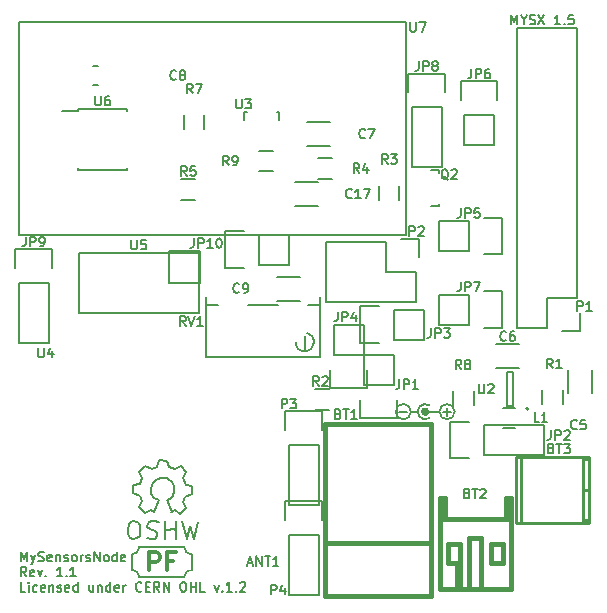
<source format=gbr>
G04 #@! TF.FileFunction,Legend,Top*
%FSLAX46Y46*%
G04 Gerber Fmt 4.6, Leading zero omitted, Abs format (unit mm)*
G04 Created by KiCad (PCBNEW 0.201509101502+6177~30~ubuntu14.04.1-product) date Sat 12 Sep 2015 10:16:40 PM CEST*
%MOMM*%
G01*
G04 APERTURE LIST*
%ADD10C,0.100000*%
%ADD11C,0.160000*%
%ADD12C,0.200000*%
%ADD13C,0.300000*%
%ADD14C,0.150000*%
%ADD15C,0.254000*%
%ADD16C,0.381000*%
G04 APERTURE END LIST*
D10*
D11*
X42964428Y-1250905D02*
X42964428Y-450905D01*
X43231095Y-1022333D01*
X43497762Y-450905D01*
X43497762Y-1250905D01*
X44031095Y-869952D02*
X44031095Y-1250905D01*
X43764428Y-450905D02*
X44031095Y-869952D01*
X44297762Y-450905D01*
X44526333Y-1212810D02*
X44640619Y-1250905D01*
X44831095Y-1250905D01*
X44907285Y-1212810D01*
X44945381Y-1174714D01*
X44983476Y-1098524D01*
X44983476Y-1022333D01*
X44945381Y-946143D01*
X44907285Y-908048D01*
X44831095Y-869952D01*
X44678714Y-831857D01*
X44602523Y-793762D01*
X44564428Y-755667D01*
X44526333Y-679476D01*
X44526333Y-603286D01*
X44564428Y-527095D01*
X44602523Y-489000D01*
X44678714Y-450905D01*
X44869190Y-450905D01*
X44983476Y-489000D01*
X45250143Y-450905D02*
X45783476Y-1250905D01*
X45783476Y-450905D02*
X45250143Y-1250905D01*
X47116810Y-1250905D02*
X46659667Y-1250905D01*
X46888238Y-1250905D02*
X46888238Y-450905D01*
X46812048Y-565190D01*
X46735857Y-641381D01*
X46659667Y-679476D01*
X47459667Y-1174714D02*
X47497762Y-1212810D01*
X47459667Y-1250905D01*
X47421572Y-1212810D01*
X47459667Y-1174714D01*
X47459667Y-1250905D01*
X48221572Y-450905D02*
X47840619Y-450905D01*
X47802524Y-831857D01*
X47840619Y-793762D01*
X47916810Y-755667D01*
X48107286Y-755667D01*
X48183476Y-793762D01*
X48221572Y-831857D01*
X48259667Y-908048D01*
X48259667Y-1098524D01*
X48221572Y-1174714D01*
X48183476Y-1212810D01*
X48107286Y-1250905D01*
X47916810Y-1250905D01*
X47840619Y-1212810D01*
X47802524Y-1174714D01*
X1460476Y-46706905D02*
X1460476Y-45906905D01*
X1727143Y-46478333D01*
X1993810Y-45906905D01*
X1993810Y-46706905D01*
X2298572Y-46173571D02*
X2489048Y-46706905D01*
X2679524Y-46173571D02*
X2489048Y-46706905D01*
X2412857Y-46897381D01*
X2374762Y-46935476D01*
X2298572Y-46973571D01*
X2946191Y-46668810D02*
X3060477Y-46706905D01*
X3250953Y-46706905D01*
X3327143Y-46668810D01*
X3365239Y-46630714D01*
X3403334Y-46554524D01*
X3403334Y-46478333D01*
X3365239Y-46402143D01*
X3327143Y-46364048D01*
X3250953Y-46325952D01*
X3098572Y-46287857D01*
X3022381Y-46249762D01*
X2984286Y-46211667D01*
X2946191Y-46135476D01*
X2946191Y-46059286D01*
X2984286Y-45983095D01*
X3022381Y-45945000D01*
X3098572Y-45906905D01*
X3289048Y-45906905D01*
X3403334Y-45945000D01*
X4050953Y-46668810D02*
X3974763Y-46706905D01*
X3822382Y-46706905D01*
X3746191Y-46668810D01*
X3708096Y-46592619D01*
X3708096Y-46287857D01*
X3746191Y-46211667D01*
X3822382Y-46173571D01*
X3974763Y-46173571D01*
X4050953Y-46211667D01*
X4089048Y-46287857D01*
X4089048Y-46364048D01*
X3708096Y-46440238D01*
X4431905Y-46173571D02*
X4431905Y-46706905D01*
X4431905Y-46249762D02*
X4470000Y-46211667D01*
X4546191Y-46173571D01*
X4660477Y-46173571D01*
X4736667Y-46211667D01*
X4774762Y-46287857D01*
X4774762Y-46706905D01*
X5117620Y-46668810D02*
X5193810Y-46706905D01*
X5346191Y-46706905D01*
X5422382Y-46668810D01*
X5460477Y-46592619D01*
X5460477Y-46554524D01*
X5422382Y-46478333D01*
X5346191Y-46440238D01*
X5231906Y-46440238D01*
X5155715Y-46402143D01*
X5117620Y-46325952D01*
X5117620Y-46287857D01*
X5155715Y-46211667D01*
X5231906Y-46173571D01*
X5346191Y-46173571D01*
X5422382Y-46211667D01*
X5917620Y-46706905D02*
X5841429Y-46668810D01*
X5803334Y-46630714D01*
X5765239Y-46554524D01*
X5765239Y-46325952D01*
X5803334Y-46249762D01*
X5841429Y-46211667D01*
X5917620Y-46173571D01*
X6031906Y-46173571D01*
X6108096Y-46211667D01*
X6146191Y-46249762D01*
X6184287Y-46325952D01*
X6184287Y-46554524D01*
X6146191Y-46630714D01*
X6108096Y-46668810D01*
X6031906Y-46706905D01*
X5917620Y-46706905D01*
X6527144Y-46706905D02*
X6527144Y-46173571D01*
X6527144Y-46325952D02*
X6565239Y-46249762D01*
X6603335Y-46211667D01*
X6679525Y-46173571D01*
X6755716Y-46173571D01*
X6984287Y-46668810D02*
X7060477Y-46706905D01*
X7212858Y-46706905D01*
X7289049Y-46668810D01*
X7327144Y-46592619D01*
X7327144Y-46554524D01*
X7289049Y-46478333D01*
X7212858Y-46440238D01*
X7098573Y-46440238D01*
X7022382Y-46402143D01*
X6984287Y-46325952D01*
X6984287Y-46287857D01*
X7022382Y-46211667D01*
X7098573Y-46173571D01*
X7212858Y-46173571D01*
X7289049Y-46211667D01*
X7670001Y-46706905D02*
X7670001Y-45906905D01*
X8127144Y-46706905D01*
X8127144Y-45906905D01*
X8622382Y-46706905D02*
X8546191Y-46668810D01*
X8508096Y-46630714D01*
X8470001Y-46554524D01*
X8470001Y-46325952D01*
X8508096Y-46249762D01*
X8546191Y-46211667D01*
X8622382Y-46173571D01*
X8736668Y-46173571D01*
X8812858Y-46211667D01*
X8850953Y-46249762D01*
X8889049Y-46325952D01*
X8889049Y-46554524D01*
X8850953Y-46630714D01*
X8812858Y-46668810D01*
X8736668Y-46706905D01*
X8622382Y-46706905D01*
X9574763Y-46706905D02*
X9574763Y-45906905D01*
X9574763Y-46668810D02*
X9498573Y-46706905D01*
X9346192Y-46706905D01*
X9270001Y-46668810D01*
X9231906Y-46630714D01*
X9193811Y-46554524D01*
X9193811Y-46325952D01*
X9231906Y-46249762D01*
X9270001Y-46211667D01*
X9346192Y-46173571D01*
X9498573Y-46173571D01*
X9574763Y-46211667D01*
X10260478Y-46668810D02*
X10184288Y-46706905D01*
X10031907Y-46706905D01*
X9955716Y-46668810D01*
X9917621Y-46592619D01*
X9917621Y-46287857D01*
X9955716Y-46211667D01*
X10031907Y-46173571D01*
X10184288Y-46173571D01*
X10260478Y-46211667D01*
X10298573Y-46287857D01*
X10298573Y-46364048D01*
X9917621Y-46440238D01*
X1917619Y-47986905D02*
X1650952Y-47605952D01*
X1460476Y-47986905D02*
X1460476Y-47186905D01*
X1765238Y-47186905D01*
X1841429Y-47225000D01*
X1879524Y-47263095D01*
X1917619Y-47339286D01*
X1917619Y-47453571D01*
X1879524Y-47529762D01*
X1841429Y-47567857D01*
X1765238Y-47605952D01*
X1460476Y-47605952D01*
X2565238Y-47948810D02*
X2489048Y-47986905D01*
X2336667Y-47986905D01*
X2260476Y-47948810D01*
X2222381Y-47872619D01*
X2222381Y-47567857D01*
X2260476Y-47491667D01*
X2336667Y-47453571D01*
X2489048Y-47453571D01*
X2565238Y-47491667D01*
X2603333Y-47567857D01*
X2603333Y-47644048D01*
X2222381Y-47720238D01*
X2870000Y-47453571D02*
X3060476Y-47986905D01*
X3250952Y-47453571D01*
X3555714Y-47910714D02*
X3593809Y-47948810D01*
X3555714Y-47986905D01*
X3517619Y-47948810D01*
X3555714Y-47910714D01*
X3555714Y-47986905D01*
X4965238Y-47986905D02*
X4508095Y-47986905D01*
X4736666Y-47986905D02*
X4736666Y-47186905D01*
X4660476Y-47301190D01*
X4584285Y-47377381D01*
X4508095Y-47415476D01*
X5308095Y-47910714D02*
X5346190Y-47948810D01*
X5308095Y-47986905D01*
X5270000Y-47948810D01*
X5308095Y-47910714D01*
X5308095Y-47986905D01*
X6108095Y-47986905D02*
X5650952Y-47986905D01*
X5879523Y-47986905D02*
X5879523Y-47186905D01*
X5803333Y-47301190D01*
X5727142Y-47377381D01*
X5650952Y-47415476D01*
X1841429Y-49266905D02*
X1460476Y-49266905D01*
X1460476Y-48466905D01*
X2108095Y-49266905D02*
X2108095Y-48733571D01*
X2108095Y-48466905D02*
X2070000Y-48505000D01*
X2108095Y-48543095D01*
X2146190Y-48505000D01*
X2108095Y-48466905D01*
X2108095Y-48543095D01*
X2831904Y-49228810D02*
X2755714Y-49266905D01*
X2603333Y-49266905D01*
X2527142Y-49228810D01*
X2489047Y-49190714D01*
X2450952Y-49114524D01*
X2450952Y-48885952D01*
X2489047Y-48809762D01*
X2527142Y-48771667D01*
X2603333Y-48733571D01*
X2755714Y-48733571D01*
X2831904Y-48771667D01*
X3479523Y-49228810D02*
X3403333Y-49266905D01*
X3250952Y-49266905D01*
X3174761Y-49228810D01*
X3136666Y-49152619D01*
X3136666Y-48847857D01*
X3174761Y-48771667D01*
X3250952Y-48733571D01*
X3403333Y-48733571D01*
X3479523Y-48771667D01*
X3517618Y-48847857D01*
X3517618Y-48924048D01*
X3136666Y-49000238D01*
X3860475Y-48733571D02*
X3860475Y-49266905D01*
X3860475Y-48809762D02*
X3898570Y-48771667D01*
X3974761Y-48733571D01*
X4089047Y-48733571D01*
X4165237Y-48771667D01*
X4203332Y-48847857D01*
X4203332Y-49266905D01*
X4546190Y-49228810D02*
X4622380Y-49266905D01*
X4774761Y-49266905D01*
X4850952Y-49228810D01*
X4889047Y-49152619D01*
X4889047Y-49114524D01*
X4850952Y-49038333D01*
X4774761Y-49000238D01*
X4660476Y-49000238D01*
X4584285Y-48962143D01*
X4546190Y-48885952D01*
X4546190Y-48847857D01*
X4584285Y-48771667D01*
X4660476Y-48733571D01*
X4774761Y-48733571D01*
X4850952Y-48771667D01*
X5536666Y-49228810D02*
X5460476Y-49266905D01*
X5308095Y-49266905D01*
X5231904Y-49228810D01*
X5193809Y-49152619D01*
X5193809Y-48847857D01*
X5231904Y-48771667D01*
X5308095Y-48733571D01*
X5460476Y-48733571D01*
X5536666Y-48771667D01*
X5574761Y-48847857D01*
X5574761Y-48924048D01*
X5193809Y-49000238D01*
X6260475Y-49266905D02*
X6260475Y-48466905D01*
X6260475Y-49228810D02*
X6184285Y-49266905D01*
X6031904Y-49266905D01*
X5955713Y-49228810D01*
X5917618Y-49190714D01*
X5879523Y-49114524D01*
X5879523Y-48885952D01*
X5917618Y-48809762D01*
X5955713Y-48771667D01*
X6031904Y-48733571D01*
X6184285Y-48733571D01*
X6260475Y-48771667D01*
X7593809Y-48733571D02*
X7593809Y-49266905D01*
X7250952Y-48733571D02*
X7250952Y-49152619D01*
X7289047Y-49228810D01*
X7365238Y-49266905D01*
X7479524Y-49266905D01*
X7555714Y-49228810D01*
X7593809Y-49190714D01*
X7974762Y-48733571D02*
X7974762Y-49266905D01*
X7974762Y-48809762D02*
X8012857Y-48771667D01*
X8089048Y-48733571D01*
X8203334Y-48733571D01*
X8279524Y-48771667D01*
X8317619Y-48847857D01*
X8317619Y-49266905D01*
X9041429Y-49266905D02*
X9041429Y-48466905D01*
X9041429Y-49228810D02*
X8965239Y-49266905D01*
X8812858Y-49266905D01*
X8736667Y-49228810D01*
X8698572Y-49190714D01*
X8660477Y-49114524D01*
X8660477Y-48885952D01*
X8698572Y-48809762D01*
X8736667Y-48771667D01*
X8812858Y-48733571D01*
X8965239Y-48733571D01*
X9041429Y-48771667D01*
X9727144Y-49228810D02*
X9650954Y-49266905D01*
X9498573Y-49266905D01*
X9422382Y-49228810D01*
X9384287Y-49152619D01*
X9384287Y-48847857D01*
X9422382Y-48771667D01*
X9498573Y-48733571D01*
X9650954Y-48733571D01*
X9727144Y-48771667D01*
X9765239Y-48847857D01*
X9765239Y-48924048D01*
X9384287Y-49000238D01*
X10108096Y-49266905D02*
X10108096Y-48733571D01*
X10108096Y-48885952D02*
X10146191Y-48809762D01*
X10184287Y-48771667D01*
X10260477Y-48733571D01*
X10336668Y-48733571D01*
X11670001Y-49190714D02*
X11631906Y-49228810D01*
X11517620Y-49266905D01*
X11441430Y-49266905D01*
X11327144Y-49228810D01*
X11250953Y-49152619D01*
X11212858Y-49076429D01*
X11174763Y-48924048D01*
X11174763Y-48809762D01*
X11212858Y-48657381D01*
X11250953Y-48581190D01*
X11327144Y-48505000D01*
X11441430Y-48466905D01*
X11517620Y-48466905D01*
X11631906Y-48505000D01*
X11670001Y-48543095D01*
X12012858Y-48847857D02*
X12279525Y-48847857D01*
X12393811Y-49266905D02*
X12012858Y-49266905D01*
X12012858Y-48466905D01*
X12393811Y-48466905D01*
X13193811Y-49266905D02*
X12927144Y-48885952D01*
X12736668Y-49266905D02*
X12736668Y-48466905D01*
X13041430Y-48466905D01*
X13117621Y-48505000D01*
X13155716Y-48543095D01*
X13193811Y-48619286D01*
X13193811Y-48733571D01*
X13155716Y-48809762D01*
X13117621Y-48847857D01*
X13041430Y-48885952D01*
X12736668Y-48885952D01*
X13536668Y-49266905D02*
X13536668Y-48466905D01*
X13993811Y-49266905D01*
X13993811Y-48466905D01*
X15136668Y-48466905D02*
X15289049Y-48466905D01*
X15365240Y-48505000D01*
X15441430Y-48581190D01*
X15479525Y-48733571D01*
X15479525Y-49000238D01*
X15441430Y-49152619D01*
X15365240Y-49228810D01*
X15289049Y-49266905D01*
X15136668Y-49266905D01*
X15060478Y-49228810D01*
X14984287Y-49152619D01*
X14946192Y-49000238D01*
X14946192Y-48733571D01*
X14984287Y-48581190D01*
X15060478Y-48505000D01*
X15136668Y-48466905D01*
X15822382Y-49266905D02*
X15822382Y-48466905D01*
X15822382Y-48847857D02*
X16279525Y-48847857D01*
X16279525Y-49266905D02*
X16279525Y-48466905D01*
X17041430Y-49266905D02*
X16660477Y-49266905D01*
X16660477Y-48466905D01*
X17841430Y-48733571D02*
X18031906Y-49266905D01*
X18222382Y-48733571D01*
X18527144Y-49190714D02*
X18565239Y-49228810D01*
X18527144Y-49266905D01*
X18489049Y-49228810D01*
X18527144Y-49190714D01*
X18527144Y-49266905D01*
X19327144Y-49266905D02*
X18870001Y-49266905D01*
X19098572Y-49266905D02*
X19098572Y-48466905D01*
X19022382Y-48581190D01*
X18946191Y-48657381D01*
X18870001Y-48695476D01*
X19670001Y-49190714D02*
X19708096Y-49228810D01*
X19670001Y-49266905D01*
X19631906Y-49228810D01*
X19670001Y-49190714D01*
X19670001Y-49266905D01*
X20012858Y-48543095D02*
X20050953Y-48505000D01*
X20127144Y-48466905D01*
X20317620Y-48466905D01*
X20393810Y-48505000D01*
X20431906Y-48543095D01*
X20470001Y-48619286D01*
X20470001Y-48695476D01*
X20431906Y-48809762D01*
X19974763Y-49266905D01*
X20470001Y-49266905D01*
D12*
X10843000Y-46133000D02*
X10843000Y-47403000D01*
X15288000Y-48038000D02*
X11478000Y-48038000D01*
X15923000Y-46133000D02*
X15923000Y-47403000D01*
X11478000Y-48038000D02*
G75*
G03X10843000Y-47403000I-635000J0D01*
G01*
X10843000Y-46133000D02*
G75*
G03X11478000Y-45498000I0J635000D01*
G01*
X15923000Y-47403000D02*
G75*
G03X15288000Y-48038000I0J-635000D01*
G01*
X15288000Y-45498000D02*
G75*
G03X15923000Y-46133000I635000J0D01*
G01*
X11478000Y-45498000D02*
X15288000Y-45498000D01*
D13*
X12347286Y-47446571D02*
X12347286Y-45946571D01*
X12918714Y-45946571D01*
X13061572Y-46018000D01*
X13133000Y-46089429D01*
X13204429Y-46232286D01*
X13204429Y-46446571D01*
X13133000Y-46589429D01*
X13061572Y-46660857D01*
X12918714Y-46732286D01*
X12347286Y-46732286D01*
X14347286Y-46660857D02*
X13847286Y-46660857D01*
X13847286Y-47446571D02*
X13847286Y-45946571D01*
X14561572Y-45946571D01*
D14*
X1270000Y-1016000D02*
X1270000Y-19050000D01*
X34036000Y-19050000D02*
X34036000Y-1016000D01*
X1270000Y-1016000D02*
X34036000Y-1016000D01*
X34036000Y-19050000D02*
X1270000Y-19050000D01*
X48514000Y-24384000D02*
X48514000Y-1524000D01*
X48514000Y-1524000D02*
X43434000Y-1524000D01*
X43434000Y-1524000D02*
X43434000Y-26924000D01*
X43434000Y-26924000D02*
X45974000Y-26924000D01*
X47244000Y-27204000D02*
X48794000Y-27204000D01*
X45974000Y-26924000D02*
X45974000Y-24384000D01*
X45974000Y-24384000D02*
X48514000Y-24384000D01*
X48794000Y-27204000D02*
X48794000Y-25654000D01*
X25755600Y-24968200D02*
X26771600Y-24968200D01*
X20675600Y-24968200D02*
X23215600Y-24968200D01*
X17119600Y-24968200D02*
X18135600Y-24968200D01*
X25501600Y-28905200D02*
X25501600Y-27635200D01*
X24714200Y-28155900D02*
X24752300Y-28409900D01*
X24752300Y-28409900D02*
X24930100Y-28689300D01*
X24930100Y-28689300D02*
X25247600Y-28905200D01*
X25247600Y-28905200D02*
X25692100Y-28917900D01*
X25692100Y-28917900D02*
X26047700Y-28714700D01*
X26047700Y-28714700D02*
X26225500Y-28422600D01*
X26225500Y-28422600D02*
X26276300Y-28105100D01*
X26276300Y-28105100D02*
X26174700Y-27698700D01*
X26174700Y-27698700D02*
X25831800Y-27444700D01*
X25831800Y-27444700D02*
X25654000Y-27355800D01*
X26771600Y-28143200D02*
X26771600Y-29413200D01*
X26771600Y-29413200D02*
X17119600Y-29413200D01*
X17119600Y-29413200D02*
X17119600Y-24333200D01*
X26771600Y-24333200D02*
X26771600Y-26873200D01*
X26771600Y-26873200D02*
X26771600Y-28143200D01*
X34544000Y-8255000D02*
X34544000Y-13335000D01*
X34544000Y-13335000D02*
X37084000Y-13335000D01*
X37084000Y-13335000D02*
X37084000Y-8255000D01*
X37364000Y-5435000D02*
X37364000Y-6985000D01*
X37084000Y-8255000D02*
X34544000Y-8255000D01*
X34264000Y-6985000D02*
X34264000Y-5435000D01*
X34264000Y-5435000D02*
X37364000Y-5435000D01*
X15130780Y-43329860D02*
X15491460Y-44800520D01*
X15491460Y-44800520D02*
X15770860Y-43738800D01*
X15770860Y-43738800D02*
X16080740Y-44810680D01*
X16080740Y-44810680D02*
X16421100Y-43360340D01*
X13710920Y-44020740D02*
X14500860Y-44010580D01*
X14500860Y-44010580D02*
X14511020Y-44020740D01*
X14511020Y-44020740D02*
X14511020Y-44010580D01*
X14551660Y-43299380D02*
X14551660Y-44841160D01*
X13662660Y-43289220D02*
X13662660Y-44858940D01*
X13662660Y-44858940D02*
X13672820Y-44848780D01*
X13111480Y-43390820D02*
X12760960Y-43309540D01*
X12760960Y-43309540D02*
X12440920Y-43299380D01*
X12440920Y-43299380D02*
X12202160Y-43500040D01*
X12202160Y-43500040D02*
X12171680Y-43769280D01*
X12171680Y-43769280D02*
X12412980Y-44010580D01*
X12412980Y-44010580D02*
X12801600Y-44140120D01*
X12801600Y-44140120D02*
X12981940Y-44300140D01*
X12981940Y-44300140D02*
X13022580Y-44599860D01*
X13022580Y-44599860D02*
X12791440Y-44820840D01*
X12791440Y-44820840D02*
X12471400Y-44848780D01*
X12471400Y-44848780D02*
X12120880Y-44739560D01*
X11082020Y-43289220D02*
X10833100Y-43309540D01*
X10833100Y-43309540D02*
X10591800Y-43550840D01*
X10591800Y-43550840D02*
X10502900Y-44041060D01*
X10502900Y-44041060D02*
X10530840Y-44389040D01*
X10530840Y-44389040D02*
X10731500Y-44709080D01*
X10731500Y-44709080D02*
X10982960Y-44831000D01*
X10982960Y-44831000D02*
X11292840Y-44759880D01*
X11292840Y-44759880D02*
X11511280Y-44579540D01*
X11511280Y-44579540D02*
X11582400Y-44119800D01*
X11582400Y-44119800D02*
X11531600Y-43710860D01*
X11531600Y-43710860D02*
X11422380Y-43428920D01*
X11422380Y-43428920D02*
X11061700Y-43299380D01*
X11681460Y-41569640D02*
X11422380Y-42130980D01*
X11422380Y-42130980D02*
X11960860Y-42649140D01*
X11960860Y-42649140D02*
X12481560Y-42379900D01*
X12481560Y-42379900D02*
X12760960Y-42539920D01*
X14201140Y-42519600D02*
X14531340Y-42329100D01*
X14531340Y-42329100D02*
X14970760Y-42659300D01*
X14970760Y-42659300D02*
X15443200Y-42169080D01*
X15443200Y-42169080D02*
X15161260Y-41689020D01*
X15161260Y-41689020D02*
X15351760Y-41219120D01*
X15351760Y-41219120D02*
X15961360Y-41031160D01*
X15961360Y-41031160D02*
X15961360Y-40350440D01*
X15961360Y-40350440D02*
X15402560Y-40210740D01*
X15402560Y-40210740D02*
X15201900Y-39639240D01*
X15201900Y-39639240D02*
X15471140Y-39169340D01*
X15471140Y-39169340D02*
X15001240Y-38658800D01*
X15001240Y-38658800D02*
X14483080Y-38920420D01*
X14483080Y-38920420D02*
X14013180Y-38719760D01*
X14013180Y-38719760D02*
X13843000Y-38178740D01*
X13843000Y-38178740D02*
X13152120Y-38160960D01*
X13152120Y-38160960D02*
X12941300Y-38709600D01*
X12941300Y-38709600D02*
X12522200Y-38879780D01*
X12522200Y-38879780D02*
X11971020Y-38610540D01*
X11971020Y-38610540D02*
X11452860Y-39138860D01*
X11452860Y-39138860D02*
X11701780Y-39679880D01*
X11701780Y-39679880D02*
X11531600Y-40159940D01*
X11531600Y-40159940D02*
X10982960Y-40259000D01*
X10982960Y-40259000D02*
X10972800Y-40960040D01*
X10972800Y-40960040D02*
X11531600Y-41160700D01*
X11531600Y-41160700D02*
X11671300Y-41559480D01*
X13812520Y-41539160D02*
X14112240Y-41389300D01*
X14112240Y-41389300D02*
X14312900Y-41191180D01*
X14312900Y-41191180D02*
X14462760Y-40789860D01*
X14462760Y-40789860D02*
X14462760Y-40391080D01*
X14462760Y-40391080D02*
X14312900Y-40040560D01*
X14312900Y-40040560D02*
X13860780Y-39690040D01*
X13860780Y-39690040D02*
X13411200Y-39639240D01*
X13411200Y-39639240D02*
X13012420Y-39740840D01*
X13012420Y-39740840D02*
X12611100Y-40088820D01*
X12611100Y-40088820D02*
X12461240Y-40540940D01*
X12461240Y-40540940D02*
X12512040Y-41038780D01*
X12512040Y-41038780D02*
X12760960Y-41341040D01*
X12760960Y-41341040D02*
X13111480Y-41539160D01*
X13111480Y-41539160D02*
X12760960Y-42539920D01*
X13812520Y-41539160D02*
X14211300Y-42539920D01*
X6307000Y-8410500D02*
X6307000Y-8555500D01*
X10457000Y-8410500D02*
X10457000Y-8555500D01*
X10457000Y-13560500D02*
X10457000Y-13415500D01*
X6307000Y-13560500D02*
X6307000Y-13415500D01*
X6307000Y-8410500D02*
X10457000Y-8410500D01*
X6307000Y-13560500D02*
X10457000Y-13560500D01*
X6307000Y-8555500D02*
X4907000Y-8555500D01*
X20344180Y-9344660D02*
X20344180Y-8643620D01*
X20344180Y-8643620D02*
X20593100Y-8643620D01*
X23143160Y-8643620D02*
X23343820Y-8643620D01*
X23343820Y-8643620D02*
X23343820Y-9344660D01*
X44443600Y-33780200D02*
G75*
G03X44443600Y-33780200I-100000J0D01*
G01*
X42625200Y-33581000D02*
X43125200Y-33581000D01*
X42625200Y-30681000D02*
X42625200Y-33581000D01*
X43125200Y-30681000D02*
X42625200Y-30681000D01*
X43125200Y-33581000D02*
X43125200Y-30681000D01*
X22825000Y-13702000D02*
X21625000Y-13702000D01*
X21625000Y-11952000D02*
X22825000Y-11952000D01*
X38050500Y-33493000D02*
X38050500Y-32293000D01*
X39800500Y-32293000D02*
X39800500Y-33493000D01*
X15254000Y-10125000D02*
X15254000Y-8925000D01*
X17004000Y-8925000D02*
X17004000Y-10125000D01*
X15021000Y-14365000D02*
X16221000Y-14365000D01*
X16221000Y-16115000D02*
X15021000Y-16115000D01*
X27778000Y-14337000D02*
X26578000Y-14337000D01*
X26578000Y-12587000D02*
X27778000Y-12587000D01*
X31764000Y-16094000D02*
X31764000Y-14894000D01*
X33514000Y-14894000D02*
X33514000Y-16094000D01*
X27524000Y-33895000D02*
X26324000Y-33895000D01*
X26324000Y-32145000D02*
X27524000Y-32145000D01*
X47357000Y-32191400D02*
X47357000Y-33391400D01*
X45607000Y-33391400D02*
X45607000Y-32191400D01*
X36144200Y-13613180D02*
X36845240Y-13613180D01*
X36845240Y-13613180D02*
X36845240Y-13862100D01*
X36845240Y-16412160D02*
X36845240Y-16612820D01*
X36845240Y-16612820D02*
X36144200Y-16612820D01*
X24130000Y-44450000D02*
X24130000Y-49530000D01*
X24130000Y-49530000D02*
X26670000Y-49530000D01*
X26670000Y-49530000D02*
X26670000Y-44450000D01*
X26950000Y-41630000D02*
X26950000Y-43180000D01*
X26670000Y-44450000D02*
X24130000Y-44450000D01*
X23850000Y-43180000D02*
X23850000Y-41630000D01*
X23850000Y-41630000D02*
X26950000Y-41630000D01*
X24130000Y-36830000D02*
X24130000Y-41910000D01*
X24130000Y-41910000D02*
X26670000Y-41910000D01*
X26670000Y-41910000D02*
X26670000Y-36830000D01*
X26950000Y-34010000D02*
X26950000Y-35560000D01*
X26670000Y-36830000D02*
X24130000Y-36830000D01*
X23850000Y-35560000D02*
X23850000Y-34010000D01*
X23850000Y-34010000D02*
X26950000Y-34010000D01*
X32385000Y-19685000D02*
X27305000Y-19685000D01*
X35205000Y-19405000D02*
X35205000Y-20955000D01*
X34925000Y-22225000D02*
X32385000Y-22225000D01*
X32385000Y-22225000D02*
X32385000Y-19685000D01*
X27305000Y-19685000D02*
X27305000Y-24765000D01*
X27305000Y-24765000D02*
X32385000Y-24765000D01*
X35205000Y-19405000D02*
X33655000Y-19405000D01*
X34925000Y-24765000D02*
X34925000Y-22225000D01*
X32385000Y-24765000D02*
X34925000Y-24765000D01*
X43299000Y-33694000D02*
X42299000Y-33694000D01*
X42299000Y-35394000D02*
X43299000Y-35394000D01*
X21590000Y-19050000D02*
X24130000Y-19050000D01*
X18770000Y-18770000D02*
X20320000Y-18770000D01*
X21590000Y-19050000D02*
X21590000Y-21590000D01*
X20320000Y-21870000D02*
X18770000Y-21870000D01*
X18770000Y-21870000D02*
X18770000Y-18770000D01*
X21590000Y-21590000D02*
X24130000Y-21590000D01*
X24130000Y-21590000D02*
X24130000Y-19050000D01*
X1270000Y-23114000D02*
X1270000Y-28194000D01*
X1270000Y-28194000D02*
X3810000Y-28194000D01*
X3810000Y-28194000D02*
X3810000Y-23114000D01*
X4090000Y-20294000D02*
X4090000Y-21844000D01*
X3810000Y-23114000D02*
X1270000Y-23114000D01*
X990000Y-21844000D02*
X990000Y-20294000D01*
X990000Y-20294000D02*
X4090000Y-20294000D01*
X39370000Y-26670000D02*
X36830000Y-26670000D01*
X42190000Y-26950000D02*
X40640000Y-26950000D01*
X39370000Y-26670000D02*
X39370000Y-24130000D01*
X40640000Y-23850000D02*
X42190000Y-23850000D01*
X42190000Y-23850000D02*
X42190000Y-26950000D01*
X39370000Y-24130000D02*
X36830000Y-24130000D01*
X36830000Y-24130000D02*
X36830000Y-26670000D01*
X41529000Y-8890000D02*
X41529000Y-11430000D01*
X41809000Y-6070000D02*
X41809000Y-7620000D01*
X41529000Y-8890000D02*
X38989000Y-8890000D01*
X38709000Y-7620000D02*
X38709000Y-6070000D01*
X38709000Y-6070000D02*
X41809000Y-6070000D01*
X38989000Y-8890000D02*
X38989000Y-11430000D01*
X38989000Y-11430000D02*
X41529000Y-11430000D01*
X39370000Y-20447000D02*
X36830000Y-20447000D01*
X42190000Y-20727000D02*
X40640000Y-20727000D01*
X39370000Y-20447000D02*
X39370000Y-17907000D01*
X40640000Y-17627000D02*
X42190000Y-17627000D01*
X42190000Y-17627000D02*
X42190000Y-20727000D01*
X39370000Y-17907000D02*
X36830000Y-17907000D01*
X36830000Y-17907000D02*
X36830000Y-20447000D01*
X27940000Y-29210000D02*
X27940000Y-26670000D01*
X27660000Y-32030000D02*
X27660000Y-30480000D01*
X27940000Y-29210000D02*
X30480000Y-29210000D01*
X30760000Y-30480000D02*
X30760000Y-32030000D01*
X30760000Y-32030000D02*
X27660000Y-32030000D01*
X30480000Y-29210000D02*
X30480000Y-26670000D01*
X30480000Y-26670000D02*
X27940000Y-26670000D01*
X33020000Y-25400000D02*
X35560000Y-25400000D01*
X30200000Y-25120000D02*
X31750000Y-25120000D01*
X33020000Y-25400000D02*
X33020000Y-27940000D01*
X31750000Y-28220000D02*
X30200000Y-28220000D01*
X30200000Y-28220000D02*
X30200000Y-25120000D01*
X33020000Y-27940000D02*
X35560000Y-27940000D01*
X35560000Y-27940000D02*
X35560000Y-25400000D01*
X40640000Y-37719000D02*
X45720000Y-37719000D01*
X45720000Y-37719000D02*
X45720000Y-35179000D01*
X45720000Y-35179000D02*
X40640000Y-35179000D01*
X37820000Y-34899000D02*
X39370000Y-34899000D01*
X40640000Y-35179000D02*
X40640000Y-37719000D01*
X39370000Y-37999000D02*
X37820000Y-37999000D01*
X37820000Y-37999000D02*
X37820000Y-34899000D01*
X30480000Y-31750000D02*
X30480000Y-29210000D01*
X30200000Y-34570000D02*
X30200000Y-33020000D01*
X30480000Y-31750000D02*
X33020000Y-31750000D01*
X33300000Y-33020000D02*
X33300000Y-34570000D01*
X33300000Y-34570000D02*
X30200000Y-34570000D01*
X33020000Y-31750000D02*
X33020000Y-29210000D01*
X33020000Y-29210000D02*
X30480000Y-29210000D01*
X26654000Y-14596000D02*
X24654000Y-14596000D01*
X24654000Y-16646000D02*
X26654000Y-16646000D01*
X25130000Y-22597000D02*
X23130000Y-22597000D01*
X23130000Y-24647000D02*
X25130000Y-24647000D01*
X7747000Y-4787900D02*
X7546340Y-4787900D01*
X7747000Y-4787900D02*
X7947660Y-4787900D01*
X7846060Y-6388100D02*
X7947660Y-6388100D01*
X7947660Y-6388100D02*
X7546340Y-6388100D01*
X27670000Y-9516000D02*
X25670000Y-9516000D01*
X25670000Y-11566000D02*
X27670000Y-11566000D01*
X43672000Y-28312000D02*
X41672000Y-28312000D01*
X41672000Y-30362000D02*
X43672000Y-30362000D01*
X47743000Y-30496000D02*
X47743000Y-32496000D01*
X49793000Y-32496000D02*
X49793000Y-30496000D01*
D15*
X49082960Y-37840920D02*
X49082960Y-43439080D01*
X49580800Y-43240960D02*
X49082960Y-43240960D01*
X49082960Y-38039040D02*
X49580800Y-38039040D01*
X49580800Y-40640000D02*
X49082960Y-40640000D01*
X43781980Y-43439080D02*
X43781980Y-37840920D01*
X49580800Y-43439080D02*
X49580800Y-37840920D01*
X49580800Y-37840920D02*
X43383200Y-37840920D01*
X43383200Y-37840920D02*
X43383200Y-43439080D01*
X43383200Y-43439080D02*
X49580800Y-43439080D01*
D16*
X38641020Y-46835060D02*
X38641020Y-49034700D01*
X38641020Y-49034700D02*
X38341300Y-49034700D01*
X38341300Y-49034700D02*
X38341300Y-46835060D01*
X40441880Y-44734480D02*
X40441880Y-49034700D01*
X39441120Y-44734480D02*
X39441120Y-49034700D01*
X40441880Y-44734480D02*
X39441120Y-44734480D01*
X41239440Y-46835060D02*
X41239440Y-45234860D01*
X42240200Y-46835060D02*
X41239440Y-46835060D01*
X42240200Y-45234860D02*
X42240200Y-46835060D01*
X41239440Y-45234860D02*
X42240200Y-45234860D01*
X37640260Y-45234860D02*
X38641020Y-45234860D01*
X38641020Y-45234860D02*
X38641020Y-46835060D01*
X38641020Y-46835060D02*
X37640260Y-46835060D01*
X37640260Y-46835060D02*
X37640260Y-45234860D01*
X42941240Y-43134280D02*
X36941760Y-43134280D01*
X42740580Y-41335960D02*
X42740580Y-43134280D01*
X37142420Y-41335960D02*
X37142420Y-43134280D01*
X36941760Y-49034700D02*
X42941240Y-49034700D01*
X42941240Y-49034700D02*
X42941240Y-41335960D01*
X42941240Y-41335960D02*
X42542460Y-41335960D01*
X42542460Y-41335960D02*
X42542460Y-43134280D01*
X37340540Y-43134280D02*
X37340540Y-41335960D01*
X37340540Y-41335960D02*
X36941760Y-41335960D01*
X36941760Y-41335960D02*
X36941760Y-49034700D01*
X27185620Y-45153580D02*
X36187380Y-45153580D01*
X27185620Y-49654460D02*
X36187380Y-49654460D01*
X36187380Y-49654460D02*
X36187380Y-35054540D01*
X36187380Y-35054540D02*
X27185620Y-35054540D01*
X27185620Y-35054540D02*
X27185620Y-49654460D01*
D14*
X37537000Y-34386000D02*
X37537000Y-33686000D01*
X37187000Y-34036000D02*
X37887000Y-34036000D01*
X33487000Y-34036000D02*
X34187000Y-34036000D01*
X35137000Y-34386000D02*
G75*
G03X36037000Y-34586000I550000J350000D01*
G01*
X36037000Y-33486000D02*
G75*
G03X35137000Y-33686000I-350000J-550000D01*
G01*
D13*
X35887000Y-34036000D02*
G75*
G03X35887000Y-34036000I-200000J0D01*
G01*
X35787000Y-34036000D02*
G75*
G03X35787000Y-34036000I-100000J0D01*
G01*
D14*
X36887000Y-34036000D02*
X35987000Y-34036000D01*
X38187000Y-34036000D02*
G75*
G03X38187000Y-34036000I-650000J0D01*
G01*
X34487000Y-34036000D02*
G75*
G03X34487000Y-34036000I-650000J0D01*
G01*
X35037000Y-34036000D02*
X34487000Y-34036000D01*
X35037000Y-34036000D02*
G75*
G03X35687000Y-34686000I650000J0D01*
G01*
X35687000Y-33386000D02*
G75*
G03X35037000Y-34036000I0J-650000D01*
G01*
X13970000Y-20447000D02*
X16637000Y-20447000D01*
X16637000Y-20447000D02*
X16637000Y-23114000D01*
X8890000Y-20574000D02*
X6350000Y-20574000D01*
X6350000Y-20574000D02*
X6350000Y-23114000D01*
X13970000Y-20574000D02*
X13970000Y-23114000D01*
X13970000Y-23114000D02*
X16510000Y-23114000D01*
X8890000Y-20574000D02*
X16510000Y-20574000D01*
X16510000Y-20574000D02*
X16510000Y-25654000D01*
X16510000Y-25654000D02*
X6350000Y-25654000D01*
X6350000Y-25654000D02*
X6350000Y-23114000D01*
D11*
X34442476Y-1085905D02*
X34442476Y-1733524D01*
X34480571Y-1809714D01*
X34518667Y-1847810D01*
X34594857Y-1885905D01*
X34747238Y-1885905D01*
X34823429Y-1847810D01*
X34861524Y-1809714D01*
X34899619Y-1733524D01*
X34899619Y-1085905D01*
X35204381Y-1085905D02*
X35737714Y-1085905D01*
X35394857Y-1885905D01*
X48558524Y-25507905D02*
X48558524Y-24707905D01*
X48863286Y-24707905D01*
X48939477Y-24746000D01*
X48977572Y-24784095D01*
X49015667Y-24860286D01*
X49015667Y-24974571D01*
X48977572Y-25050762D01*
X48939477Y-25088857D01*
X48863286Y-25126952D01*
X48558524Y-25126952D01*
X49777572Y-25507905D02*
X49320429Y-25507905D01*
X49549000Y-25507905D02*
X49549000Y-24707905D01*
X49472810Y-24822190D01*
X49396619Y-24898381D01*
X49320429Y-24936476D01*
X15398810Y-26777905D02*
X15132143Y-26396952D01*
X14941667Y-26777905D02*
X14941667Y-25977905D01*
X15246429Y-25977905D01*
X15322620Y-26016000D01*
X15360715Y-26054095D01*
X15398810Y-26130286D01*
X15398810Y-26244571D01*
X15360715Y-26320762D01*
X15322620Y-26358857D01*
X15246429Y-26396952D01*
X14941667Y-26396952D01*
X15627381Y-25977905D02*
X15894048Y-26777905D01*
X16160715Y-25977905D01*
X16846429Y-26777905D02*
X16389286Y-26777905D01*
X16617857Y-26777905D02*
X16617857Y-25977905D01*
X16541667Y-26092190D01*
X16465476Y-26168381D01*
X16389286Y-26206476D01*
X35147334Y-4387905D02*
X35147334Y-4959333D01*
X35109238Y-5073619D01*
X35033048Y-5149810D01*
X34918762Y-5187905D01*
X34842572Y-5187905D01*
X35528286Y-5187905D02*
X35528286Y-4387905D01*
X35833048Y-4387905D01*
X35909239Y-4426000D01*
X35947334Y-4464095D01*
X35985429Y-4540286D01*
X35985429Y-4654571D01*
X35947334Y-4730762D01*
X35909239Y-4768857D01*
X35833048Y-4806952D01*
X35528286Y-4806952D01*
X36442572Y-4730762D02*
X36366381Y-4692667D01*
X36328286Y-4654571D01*
X36290191Y-4578381D01*
X36290191Y-4540286D01*
X36328286Y-4464095D01*
X36366381Y-4426000D01*
X36442572Y-4387905D01*
X36594953Y-4387905D01*
X36671143Y-4426000D01*
X36709239Y-4464095D01*
X36747334Y-4540286D01*
X36747334Y-4578381D01*
X36709239Y-4654571D01*
X36671143Y-4692667D01*
X36594953Y-4730762D01*
X36442572Y-4730762D01*
X36366381Y-4768857D01*
X36328286Y-4806952D01*
X36290191Y-4883143D01*
X36290191Y-5035524D01*
X36328286Y-5111714D01*
X36366381Y-5149810D01*
X36442572Y-5187905D01*
X36594953Y-5187905D01*
X36671143Y-5149810D01*
X36709239Y-5111714D01*
X36747334Y-5035524D01*
X36747334Y-4883143D01*
X36709239Y-4806952D01*
X36671143Y-4768857D01*
X36594953Y-4730762D01*
X7772476Y-7308905D02*
X7772476Y-7956524D01*
X7810571Y-8032714D01*
X7848667Y-8070810D01*
X7924857Y-8108905D01*
X8077238Y-8108905D01*
X8153429Y-8070810D01*
X8191524Y-8032714D01*
X8229619Y-7956524D01*
X8229619Y-7308905D01*
X8953428Y-7308905D02*
X8801047Y-7308905D01*
X8724857Y-7347000D01*
X8686762Y-7385095D01*
X8610571Y-7499381D01*
X8572476Y-7651762D01*
X8572476Y-7956524D01*
X8610571Y-8032714D01*
X8648666Y-8070810D01*
X8724857Y-8108905D01*
X8877238Y-8108905D01*
X8953428Y-8070810D01*
X8991524Y-8032714D01*
X9029619Y-7956524D01*
X9029619Y-7766048D01*
X8991524Y-7689857D01*
X8953428Y-7651762D01*
X8877238Y-7613667D01*
X8724857Y-7613667D01*
X8648666Y-7651762D01*
X8610571Y-7689857D01*
X8572476Y-7766048D01*
X19710476Y-7562905D02*
X19710476Y-8210524D01*
X19748571Y-8286714D01*
X19786667Y-8324810D01*
X19862857Y-8362905D01*
X20015238Y-8362905D01*
X20091429Y-8324810D01*
X20129524Y-8286714D01*
X20167619Y-8210524D01*
X20167619Y-7562905D01*
X20472381Y-7562905D02*
X20967619Y-7562905D01*
X20700952Y-7867667D01*
X20815238Y-7867667D01*
X20891428Y-7905762D01*
X20929524Y-7943857D01*
X20967619Y-8020048D01*
X20967619Y-8210524D01*
X20929524Y-8286714D01*
X20891428Y-8324810D01*
X20815238Y-8362905D01*
X20586666Y-8362905D01*
X20510476Y-8324810D01*
X20472381Y-8286714D01*
X40233676Y-31692905D02*
X40233676Y-32340524D01*
X40271771Y-32416714D01*
X40309867Y-32454810D01*
X40386057Y-32492905D01*
X40538438Y-32492905D01*
X40614629Y-32454810D01*
X40652724Y-32416714D01*
X40690819Y-32340524D01*
X40690819Y-31692905D01*
X41033676Y-31769095D02*
X41071771Y-31731000D01*
X41147962Y-31692905D01*
X41338438Y-31692905D01*
X41414628Y-31731000D01*
X41452724Y-31769095D01*
X41490819Y-31845286D01*
X41490819Y-31921476D01*
X41452724Y-32035762D01*
X40995581Y-32492905D01*
X41490819Y-32492905D01*
X19043667Y-13188905D02*
X18777000Y-12807952D01*
X18586524Y-13188905D02*
X18586524Y-12388905D01*
X18891286Y-12388905D01*
X18967477Y-12427000D01*
X19005572Y-12465095D01*
X19043667Y-12541286D01*
X19043667Y-12655571D01*
X19005572Y-12731762D01*
X18967477Y-12769857D01*
X18891286Y-12807952D01*
X18586524Y-12807952D01*
X19424619Y-13188905D02*
X19577000Y-13188905D01*
X19653191Y-13150810D01*
X19691286Y-13112714D01*
X19767477Y-12998429D01*
X19805572Y-12846048D01*
X19805572Y-12541286D01*
X19767477Y-12465095D01*
X19729381Y-12427000D01*
X19653191Y-12388905D01*
X19500810Y-12388905D01*
X19424619Y-12427000D01*
X19386524Y-12465095D01*
X19348429Y-12541286D01*
X19348429Y-12731762D01*
X19386524Y-12807952D01*
X19424619Y-12846048D01*
X19500810Y-12884143D01*
X19653191Y-12884143D01*
X19729381Y-12846048D01*
X19767477Y-12807952D01*
X19805572Y-12731762D01*
X38728667Y-30460905D02*
X38462000Y-30079952D01*
X38271524Y-30460905D02*
X38271524Y-29660905D01*
X38576286Y-29660905D01*
X38652477Y-29699000D01*
X38690572Y-29737095D01*
X38728667Y-29813286D01*
X38728667Y-29927571D01*
X38690572Y-30003762D01*
X38652477Y-30041857D01*
X38576286Y-30079952D01*
X38271524Y-30079952D01*
X39185810Y-30003762D02*
X39109619Y-29965667D01*
X39071524Y-29927571D01*
X39033429Y-29851381D01*
X39033429Y-29813286D01*
X39071524Y-29737095D01*
X39109619Y-29699000D01*
X39185810Y-29660905D01*
X39338191Y-29660905D01*
X39414381Y-29699000D01*
X39452477Y-29737095D01*
X39490572Y-29813286D01*
X39490572Y-29851381D01*
X39452477Y-29927571D01*
X39414381Y-29965667D01*
X39338191Y-30003762D01*
X39185810Y-30003762D01*
X39109619Y-30041857D01*
X39071524Y-30079952D01*
X39033429Y-30156143D01*
X39033429Y-30308524D01*
X39071524Y-30384714D01*
X39109619Y-30422810D01*
X39185810Y-30460905D01*
X39338191Y-30460905D01*
X39414381Y-30422810D01*
X39452477Y-30384714D01*
X39490572Y-30308524D01*
X39490572Y-30156143D01*
X39452477Y-30079952D01*
X39414381Y-30041857D01*
X39338191Y-30003762D01*
X15995667Y-7092905D02*
X15729000Y-6711952D01*
X15538524Y-7092905D02*
X15538524Y-6292905D01*
X15843286Y-6292905D01*
X15919477Y-6331000D01*
X15957572Y-6369095D01*
X15995667Y-6445286D01*
X15995667Y-6559571D01*
X15957572Y-6635762D01*
X15919477Y-6673857D01*
X15843286Y-6711952D01*
X15538524Y-6711952D01*
X16262334Y-6292905D02*
X16795667Y-6292905D01*
X16452810Y-7092905D01*
X15487667Y-14077905D02*
X15221000Y-13696952D01*
X15030524Y-14077905D02*
X15030524Y-13277905D01*
X15335286Y-13277905D01*
X15411477Y-13316000D01*
X15449572Y-13354095D01*
X15487667Y-13430286D01*
X15487667Y-13544571D01*
X15449572Y-13620762D01*
X15411477Y-13658857D01*
X15335286Y-13696952D01*
X15030524Y-13696952D01*
X16211477Y-13277905D02*
X15830524Y-13277905D01*
X15792429Y-13658857D01*
X15830524Y-13620762D01*
X15906715Y-13582667D01*
X16097191Y-13582667D01*
X16173381Y-13620762D01*
X16211477Y-13658857D01*
X16249572Y-13735048D01*
X16249572Y-13925524D01*
X16211477Y-14001714D01*
X16173381Y-14039810D01*
X16097191Y-14077905D01*
X15906715Y-14077905D01*
X15830524Y-14039810D01*
X15792429Y-14001714D01*
X30092667Y-13823905D02*
X29826000Y-13442952D01*
X29635524Y-13823905D02*
X29635524Y-13023905D01*
X29940286Y-13023905D01*
X30016477Y-13062000D01*
X30054572Y-13100095D01*
X30092667Y-13176286D01*
X30092667Y-13290571D01*
X30054572Y-13366762D01*
X30016477Y-13404857D01*
X29940286Y-13442952D01*
X29635524Y-13442952D01*
X30778381Y-13290571D02*
X30778381Y-13823905D01*
X30587905Y-12985810D02*
X30397429Y-13557238D01*
X30892667Y-13557238D01*
X32505667Y-13061905D02*
X32239000Y-12680952D01*
X32048524Y-13061905D02*
X32048524Y-12261905D01*
X32353286Y-12261905D01*
X32429477Y-12300000D01*
X32467572Y-12338095D01*
X32505667Y-12414286D01*
X32505667Y-12528571D01*
X32467572Y-12604762D01*
X32429477Y-12642857D01*
X32353286Y-12680952D01*
X32048524Y-12680952D01*
X32772334Y-12261905D02*
X33267572Y-12261905D01*
X33000905Y-12566667D01*
X33115191Y-12566667D01*
X33191381Y-12604762D01*
X33229477Y-12642857D01*
X33267572Y-12719048D01*
X33267572Y-12909524D01*
X33229477Y-12985714D01*
X33191381Y-13023810D01*
X33115191Y-13061905D01*
X32886619Y-13061905D01*
X32810429Y-13023810D01*
X32772334Y-12985714D01*
X26663667Y-31857905D02*
X26397000Y-31476952D01*
X26206524Y-31857905D02*
X26206524Y-31057905D01*
X26511286Y-31057905D01*
X26587477Y-31096000D01*
X26625572Y-31134095D01*
X26663667Y-31210286D01*
X26663667Y-31324571D01*
X26625572Y-31400762D01*
X26587477Y-31438857D01*
X26511286Y-31476952D01*
X26206524Y-31476952D01*
X26968429Y-31134095D02*
X27006524Y-31096000D01*
X27082715Y-31057905D01*
X27273191Y-31057905D01*
X27349381Y-31096000D01*
X27387477Y-31134095D01*
X27425572Y-31210286D01*
X27425572Y-31286476D01*
X27387477Y-31400762D01*
X26930334Y-31857905D01*
X27425572Y-31857905D01*
X46475667Y-30359305D02*
X46209000Y-29978352D01*
X46018524Y-30359305D02*
X46018524Y-29559305D01*
X46323286Y-29559305D01*
X46399477Y-29597400D01*
X46437572Y-29635495D01*
X46475667Y-29711686D01*
X46475667Y-29825971D01*
X46437572Y-29902162D01*
X46399477Y-29940257D01*
X46323286Y-29978352D01*
X46018524Y-29978352D01*
X47237572Y-30359305D02*
X46780429Y-30359305D01*
X47009000Y-30359305D02*
X47009000Y-29559305D01*
X46932810Y-29673590D01*
X46856619Y-29749781D01*
X46780429Y-29787876D01*
X37642810Y-14408095D02*
X37566619Y-14370000D01*
X37490429Y-14293810D01*
X37376143Y-14179524D01*
X37299952Y-14141429D01*
X37223762Y-14141429D01*
X37261857Y-14331905D02*
X37185667Y-14293810D01*
X37109476Y-14217619D01*
X37071381Y-14065238D01*
X37071381Y-13798571D01*
X37109476Y-13646190D01*
X37185667Y-13570000D01*
X37261857Y-13531905D01*
X37414238Y-13531905D01*
X37490429Y-13570000D01*
X37566619Y-13646190D01*
X37604714Y-13798571D01*
X37604714Y-14065238D01*
X37566619Y-14217619D01*
X37490429Y-14293810D01*
X37414238Y-14331905D01*
X37261857Y-14331905D01*
X37909476Y-13608095D02*
X37947571Y-13570000D01*
X38023762Y-13531905D01*
X38214238Y-13531905D01*
X38290428Y-13570000D01*
X38328524Y-13608095D01*
X38366619Y-13684286D01*
X38366619Y-13760476D01*
X38328524Y-13874762D01*
X37871381Y-14331905D01*
X38366619Y-14331905D01*
X22650524Y-49510905D02*
X22650524Y-48710905D01*
X22955286Y-48710905D01*
X23031477Y-48749000D01*
X23069572Y-48787095D01*
X23107667Y-48863286D01*
X23107667Y-48977571D01*
X23069572Y-49053762D01*
X23031477Y-49091857D01*
X22955286Y-49129952D01*
X22650524Y-49129952D01*
X23793381Y-48977571D02*
X23793381Y-49510905D01*
X23602905Y-48672810D02*
X23412429Y-49244238D01*
X23907667Y-49244238D01*
X23539524Y-33762905D02*
X23539524Y-32962905D01*
X23844286Y-32962905D01*
X23920477Y-33001000D01*
X23958572Y-33039095D01*
X23996667Y-33115286D01*
X23996667Y-33229571D01*
X23958572Y-33305762D01*
X23920477Y-33343857D01*
X23844286Y-33381952D01*
X23539524Y-33381952D01*
X24263334Y-32962905D02*
X24758572Y-32962905D01*
X24491905Y-33267667D01*
X24606191Y-33267667D01*
X24682381Y-33305762D01*
X24720477Y-33343857D01*
X24758572Y-33420048D01*
X24758572Y-33610524D01*
X24720477Y-33686714D01*
X24682381Y-33724810D01*
X24606191Y-33762905D01*
X24377619Y-33762905D01*
X24301429Y-33724810D01*
X24263334Y-33686714D01*
X34334524Y-19157905D02*
X34334524Y-18357905D01*
X34639286Y-18357905D01*
X34715477Y-18396000D01*
X34753572Y-18434095D01*
X34791667Y-18510286D01*
X34791667Y-18624571D01*
X34753572Y-18700762D01*
X34715477Y-18738857D01*
X34639286Y-18776952D01*
X34334524Y-18776952D01*
X35096429Y-18434095D02*
X35134524Y-18396000D01*
X35210715Y-18357905D01*
X35401191Y-18357905D01*
X35477381Y-18396000D01*
X35515477Y-18434095D01*
X35553572Y-18510286D01*
X35553572Y-18586476D01*
X35515477Y-18700762D01*
X35058334Y-19157905D01*
X35553572Y-19157905D01*
X45332667Y-34905905D02*
X44951714Y-34905905D01*
X44951714Y-34105905D01*
X46018381Y-34905905D02*
X45561238Y-34905905D01*
X45789809Y-34905905D02*
X45789809Y-34105905D01*
X45713619Y-34220190D01*
X45637428Y-34296381D01*
X45561238Y-34334476D01*
X16097381Y-19373905D02*
X16097381Y-19945333D01*
X16059285Y-20059619D01*
X15983095Y-20135810D01*
X15868809Y-20173905D01*
X15792619Y-20173905D01*
X16478333Y-20173905D02*
X16478333Y-19373905D01*
X16783095Y-19373905D01*
X16859286Y-19412000D01*
X16897381Y-19450095D01*
X16935476Y-19526286D01*
X16935476Y-19640571D01*
X16897381Y-19716762D01*
X16859286Y-19754857D01*
X16783095Y-19792952D01*
X16478333Y-19792952D01*
X17697381Y-20173905D02*
X17240238Y-20173905D01*
X17468809Y-20173905D02*
X17468809Y-19373905D01*
X17392619Y-19488190D01*
X17316428Y-19564381D01*
X17240238Y-19602476D01*
X18192619Y-19373905D02*
X18268810Y-19373905D01*
X18345000Y-19412000D01*
X18383095Y-19450095D01*
X18421191Y-19526286D01*
X18459286Y-19678667D01*
X18459286Y-19869143D01*
X18421191Y-20021524D01*
X18383095Y-20097714D01*
X18345000Y-20135810D01*
X18268810Y-20173905D01*
X18192619Y-20173905D01*
X18116429Y-20135810D01*
X18078333Y-20097714D01*
X18040238Y-20021524D01*
X18002143Y-19869143D01*
X18002143Y-19678667D01*
X18040238Y-19526286D01*
X18078333Y-19450095D01*
X18116429Y-19412000D01*
X18192619Y-19373905D01*
X1873334Y-19246905D02*
X1873334Y-19818333D01*
X1835238Y-19932619D01*
X1759048Y-20008810D01*
X1644762Y-20046905D01*
X1568572Y-20046905D01*
X2254286Y-20046905D02*
X2254286Y-19246905D01*
X2559048Y-19246905D01*
X2635239Y-19285000D01*
X2673334Y-19323095D01*
X2711429Y-19399286D01*
X2711429Y-19513571D01*
X2673334Y-19589762D01*
X2635239Y-19627857D01*
X2559048Y-19665952D01*
X2254286Y-19665952D01*
X3092381Y-20046905D02*
X3244762Y-20046905D01*
X3320953Y-20008810D01*
X3359048Y-19970714D01*
X3435239Y-19856429D01*
X3473334Y-19704048D01*
X3473334Y-19399286D01*
X3435239Y-19323095D01*
X3397143Y-19285000D01*
X3320953Y-19246905D01*
X3168572Y-19246905D01*
X3092381Y-19285000D01*
X3054286Y-19323095D01*
X3016191Y-19399286D01*
X3016191Y-19589762D01*
X3054286Y-19665952D01*
X3092381Y-19704048D01*
X3168572Y-19742143D01*
X3320953Y-19742143D01*
X3397143Y-19704048D01*
X3435239Y-19665952D01*
X3473334Y-19589762D01*
X38703334Y-23056905D02*
X38703334Y-23628333D01*
X38665238Y-23742619D01*
X38589048Y-23818810D01*
X38474762Y-23856905D01*
X38398572Y-23856905D01*
X39084286Y-23856905D02*
X39084286Y-23056905D01*
X39389048Y-23056905D01*
X39465239Y-23095000D01*
X39503334Y-23133095D01*
X39541429Y-23209286D01*
X39541429Y-23323571D01*
X39503334Y-23399762D01*
X39465239Y-23437857D01*
X39389048Y-23475952D01*
X39084286Y-23475952D01*
X39808096Y-23056905D02*
X40341429Y-23056905D01*
X39998572Y-23856905D01*
X39592334Y-5022905D02*
X39592334Y-5594333D01*
X39554238Y-5708619D01*
X39478048Y-5784810D01*
X39363762Y-5822905D01*
X39287572Y-5822905D01*
X39973286Y-5822905D02*
X39973286Y-5022905D01*
X40278048Y-5022905D01*
X40354239Y-5061000D01*
X40392334Y-5099095D01*
X40430429Y-5175286D01*
X40430429Y-5289571D01*
X40392334Y-5365762D01*
X40354239Y-5403857D01*
X40278048Y-5441952D01*
X39973286Y-5441952D01*
X41116143Y-5022905D02*
X40963762Y-5022905D01*
X40887572Y-5061000D01*
X40849477Y-5099095D01*
X40773286Y-5213381D01*
X40735191Y-5365762D01*
X40735191Y-5670524D01*
X40773286Y-5746714D01*
X40811381Y-5784810D01*
X40887572Y-5822905D01*
X41039953Y-5822905D01*
X41116143Y-5784810D01*
X41154239Y-5746714D01*
X41192334Y-5670524D01*
X41192334Y-5480048D01*
X41154239Y-5403857D01*
X41116143Y-5365762D01*
X41039953Y-5327667D01*
X40887572Y-5327667D01*
X40811381Y-5365762D01*
X40773286Y-5403857D01*
X40735191Y-5480048D01*
X38703334Y-16833905D02*
X38703334Y-17405333D01*
X38665238Y-17519619D01*
X38589048Y-17595810D01*
X38474762Y-17633905D01*
X38398572Y-17633905D01*
X39084286Y-17633905D02*
X39084286Y-16833905D01*
X39389048Y-16833905D01*
X39465239Y-16872000D01*
X39503334Y-16910095D01*
X39541429Y-16986286D01*
X39541429Y-17100571D01*
X39503334Y-17176762D01*
X39465239Y-17214857D01*
X39389048Y-17252952D01*
X39084286Y-17252952D01*
X40265239Y-16833905D02*
X39884286Y-16833905D01*
X39846191Y-17214857D01*
X39884286Y-17176762D01*
X39960477Y-17138667D01*
X40150953Y-17138667D01*
X40227143Y-17176762D01*
X40265239Y-17214857D01*
X40303334Y-17291048D01*
X40303334Y-17481524D01*
X40265239Y-17557714D01*
X40227143Y-17595810D01*
X40150953Y-17633905D01*
X39960477Y-17633905D01*
X39884286Y-17595810D01*
X39846191Y-17557714D01*
X28289334Y-25596905D02*
X28289334Y-26168333D01*
X28251238Y-26282619D01*
X28175048Y-26358810D01*
X28060762Y-26396905D01*
X27984572Y-26396905D01*
X28670286Y-26396905D02*
X28670286Y-25596905D01*
X28975048Y-25596905D01*
X29051239Y-25635000D01*
X29089334Y-25673095D01*
X29127429Y-25749286D01*
X29127429Y-25863571D01*
X29089334Y-25939762D01*
X29051239Y-25977857D01*
X28975048Y-26015952D01*
X28670286Y-26015952D01*
X29813143Y-25863571D02*
X29813143Y-26396905D01*
X29622667Y-25558810D02*
X29432191Y-26130238D01*
X29927429Y-26130238D01*
X36163334Y-26993905D02*
X36163334Y-27565333D01*
X36125238Y-27679619D01*
X36049048Y-27755810D01*
X35934762Y-27793905D01*
X35858572Y-27793905D01*
X36544286Y-27793905D02*
X36544286Y-26993905D01*
X36849048Y-26993905D01*
X36925239Y-27032000D01*
X36963334Y-27070095D01*
X37001429Y-27146286D01*
X37001429Y-27260571D01*
X36963334Y-27336762D01*
X36925239Y-27374857D01*
X36849048Y-27412952D01*
X36544286Y-27412952D01*
X37268096Y-26993905D02*
X37763334Y-26993905D01*
X37496667Y-27298667D01*
X37610953Y-27298667D01*
X37687143Y-27336762D01*
X37725239Y-27374857D01*
X37763334Y-27451048D01*
X37763334Y-27641524D01*
X37725239Y-27717714D01*
X37687143Y-27755810D01*
X37610953Y-27793905D01*
X37382381Y-27793905D01*
X37306191Y-27755810D01*
X37268096Y-27717714D01*
X46323334Y-35629905D02*
X46323334Y-36201333D01*
X46285238Y-36315619D01*
X46209048Y-36391810D01*
X46094762Y-36429905D01*
X46018572Y-36429905D01*
X46704286Y-36429905D02*
X46704286Y-35629905D01*
X47009048Y-35629905D01*
X47085239Y-35668000D01*
X47123334Y-35706095D01*
X47161429Y-35782286D01*
X47161429Y-35896571D01*
X47123334Y-35972762D01*
X47085239Y-36010857D01*
X47009048Y-36048952D01*
X46704286Y-36048952D01*
X47466191Y-35706095D02*
X47504286Y-35668000D01*
X47580477Y-35629905D01*
X47770953Y-35629905D01*
X47847143Y-35668000D01*
X47885239Y-35706095D01*
X47923334Y-35782286D01*
X47923334Y-35858476D01*
X47885239Y-35972762D01*
X47428096Y-36429905D01*
X47923334Y-36429905D01*
X33496334Y-31311905D02*
X33496334Y-31883333D01*
X33458238Y-31997619D01*
X33382048Y-32073810D01*
X33267762Y-32111905D01*
X33191572Y-32111905D01*
X33877286Y-32111905D02*
X33877286Y-31311905D01*
X34182048Y-31311905D01*
X34258239Y-31350000D01*
X34296334Y-31388095D01*
X34334429Y-31464286D01*
X34334429Y-31578571D01*
X34296334Y-31654762D01*
X34258239Y-31692857D01*
X34182048Y-31730952D01*
X33877286Y-31730952D01*
X35096334Y-32111905D02*
X34639191Y-32111905D01*
X34867762Y-32111905D02*
X34867762Y-31311905D01*
X34791572Y-31426190D01*
X34715381Y-31502381D01*
X34639191Y-31540476D01*
X29457714Y-15906714D02*
X29419619Y-15944810D01*
X29305333Y-15982905D01*
X29229143Y-15982905D01*
X29114857Y-15944810D01*
X29038666Y-15868619D01*
X29000571Y-15792429D01*
X28962476Y-15640048D01*
X28962476Y-15525762D01*
X29000571Y-15373381D01*
X29038666Y-15297190D01*
X29114857Y-15221000D01*
X29229143Y-15182905D01*
X29305333Y-15182905D01*
X29419619Y-15221000D01*
X29457714Y-15259095D01*
X30219619Y-15982905D02*
X29762476Y-15982905D01*
X29991047Y-15982905D02*
X29991047Y-15182905D01*
X29914857Y-15297190D01*
X29838666Y-15373381D01*
X29762476Y-15411476D01*
X30486286Y-15182905D02*
X31019619Y-15182905D01*
X30676762Y-15982905D01*
X19932667Y-23907714D02*
X19894572Y-23945810D01*
X19780286Y-23983905D01*
X19704096Y-23983905D01*
X19589810Y-23945810D01*
X19513619Y-23869619D01*
X19475524Y-23793429D01*
X19437429Y-23641048D01*
X19437429Y-23526762D01*
X19475524Y-23374381D01*
X19513619Y-23298190D01*
X19589810Y-23222000D01*
X19704096Y-23183905D01*
X19780286Y-23183905D01*
X19894572Y-23222000D01*
X19932667Y-23260095D01*
X20313619Y-23983905D02*
X20466000Y-23983905D01*
X20542191Y-23945810D01*
X20580286Y-23907714D01*
X20656477Y-23793429D01*
X20694572Y-23641048D01*
X20694572Y-23336286D01*
X20656477Y-23260095D01*
X20618381Y-23222000D01*
X20542191Y-23183905D01*
X20389810Y-23183905D01*
X20313619Y-23222000D01*
X20275524Y-23260095D01*
X20237429Y-23336286D01*
X20237429Y-23526762D01*
X20275524Y-23602952D01*
X20313619Y-23641048D01*
X20389810Y-23679143D01*
X20542191Y-23679143D01*
X20618381Y-23641048D01*
X20656477Y-23602952D01*
X20694572Y-23526762D01*
X14598667Y-5873714D02*
X14560572Y-5911810D01*
X14446286Y-5949905D01*
X14370096Y-5949905D01*
X14255810Y-5911810D01*
X14179619Y-5835619D01*
X14141524Y-5759429D01*
X14103429Y-5607048D01*
X14103429Y-5492762D01*
X14141524Y-5340381D01*
X14179619Y-5264190D01*
X14255810Y-5188000D01*
X14370096Y-5149905D01*
X14446286Y-5149905D01*
X14560572Y-5188000D01*
X14598667Y-5226095D01*
X15055810Y-5492762D02*
X14979619Y-5454667D01*
X14941524Y-5416571D01*
X14903429Y-5340381D01*
X14903429Y-5302286D01*
X14941524Y-5226095D01*
X14979619Y-5188000D01*
X15055810Y-5149905D01*
X15208191Y-5149905D01*
X15284381Y-5188000D01*
X15322477Y-5226095D01*
X15360572Y-5302286D01*
X15360572Y-5340381D01*
X15322477Y-5416571D01*
X15284381Y-5454667D01*
X15208191Y-5492762D01*
X15055810Y-5492762D01*
X14979619Y-5530857D01*
X14941524Y-5568952D01*
X14903429Y-5645143D01*
X14903429Y-5797524D01*
X14941524Y-5873714D01*
X14979619Y-5911810D01*
X15055810Y-5949905D01*
X15208191Y-5949905D01*
X15284381Y-5911810D01*
X15322477Y-5873714D01*
X15360572Y-5797524D01*
X15360572Y-5645143D01*
X15322477Y-5568952D01*
X15284381Y-5530857D01*
X15208191Y-5492762D01*
X30600667Y-10826714D02*
X30562572Y-10864810D01*
X30448286Y-10902905D01*
X30372096Y-10902905D01*
X30257810Y-10864810D01*
X30181619Y-10788619D01*
X30143524Y-10712429D01*
X30105429Y-10560048D01*
X30105429Y-10445762D01*
X30143524Y-10293381D01*
X30181619Y-10217190D01*
X30257810Y-10141000D01*
X30372096Y-10102905D01*
X30448286Y-10102905D01*
X30562572Y-10141000D01*
X30600667Y-10179095D01*
X30867334Y-10102905D02*
X31400667Y-10102905D01*
X31057810Y-10902905D01*
X42538667Y-27971714D02*
X42500572Y-28009810D01*
X42386286Y-28047905D01*
X42310096Y-28047905D01*
X42195810Y-28009810D01*
X42119619Y-27933619D01*
X42081524Y-27857429D01*
X42043429Y-27705048D01*
X42043429Y-27590762D01*
X42081524Y-27438381D01*
X42119619Y-27362190D01*
X42195810Y-27286000D01*
X42310096Y-27247905D01*
X42386286Y-27247905D01*
X42500572Y-27286000D01*
X42538667Y-27324095D01*
X43224381Y-27247905D02*
X43072000Y-27247905D01*
X42995810Y-27286000D01*
X42957715Y-27324095D01*
X42881524Y-27438381D01*
X42843429Y-27590762D01*
X42843429Y-27895524D01*
X42881524Y-27971714D01*
X42919619Y-28009810D01*
X42995810Y-28047905D01*
X43148191Y-28047905D01*
X43224381Y-28009810D01*
X43262477Y-27971714D01*
X43300572Y-27895524D01*
X43300572Y-27705048D01*
X43262477Y-27628857D01*
X43224381Y-27590762D01*
X43148191Y-27552667D01*
X42995810Y-27552667D01*
X42919619Y-27590762D01*
X42881524Y-27628857D01*
X42843429Y-27705048D01*
X48507667Y-35464714D02*
X48469572Y-35502810D01*
X48355286Y-35540905D01*
X48279096Y-35540905D01*
X48164810Y-35502810D01*
X48088619Y-35426619D01*
X48050524Y-35350429D01*
X48012429Y-35198048D01*
X48012429Y-35083762D01*
X48050524Y-34931381D01*
X48088619Y-34855190D01*
X48164810Y-34779000D01*
X48279096Y-34740905D01*
X48355286Y-34740905D01*
X48469572Y-34779000D01*
X48507667Y-34817095D01*
X49231477Y-34740905D02*
X48850524Y-34740905D01*
X48812429Y-35121857D01*
X48850524Y-35083762D01*
X48926715Y-35045667D01*
X49117191Y-35045667D01*
X49193381Y-35083762D01*
X49231477Y-35121857D01*
X49269572Y-35198048D01*
X49269572Y-35388524D01*
X49231477Y-35464714D01*
X49193381Y-35502810D01*
X49117191Y-35540905D01*
X48926715Y-35540905D01*
X48850524Y-35502810D01*
X48812429Y-35464714D01*
X46361429Y-37153857D02*
X46475715Y-37191952D01*
X46513810Y-37230048D01*
X46551905Y-37306238D01*
X46551905Y-37420524D01*
X46513810Y-37496714D01*
X46475715Y-37534810D01*
X46399524Y-37572905D01*
X46094762Y-37572905D01*
X46094762Y-36772905D01*
X46361429Y-36772905D01*
X46437619Y-36811000D01*
X46475715Y-36849095D01*
X46513810Y-36925286D01*
X46513810Y-37001476D01*
X46475715Y-37077667D01*
X46437619Y-37115762D01*
X46361429Y-37153857D01*
X46094762Y-37153857D01*
X46780476Y-36772905D02*
X47237619Y-36772905D01*
X47009048Y-37572905D02*
X47009048Y-36772905D01*
X47428096Y-36772905D02*
X47923334Y-36772905D01*
X47656667Y-37077667D01*
X47770953Y-37077667D01*
X47847143Y-37115762D01*
X47885239Y-37153857D01*
X47923334Y-37230048D01*
X47923334Y-37420524D01*
X47885239Y-37496714D01*
X47847143Y-37534810D01*
X47770953Y-37572905D01*
X47542381Y-37572905D01*
X47466191Y-37534810D01*
X47428096Y-37496714D01*
X39249429Y-40963857D02*
X39363715Y-41001952D01*
X39401810Y-41040048D01*
X39439905Y-41116238D01*
X39439905Y-41230524D01*
X39401810Y-41306714D01*
X39363715Y-41344810D01*
X39287524Y-41382905D01*
X38982762Y-41382905D01*
X38982762Y-40582905D01*
X39249429Y-40582905D01*
X39325619Y-40621000D01*
X39363715Y-40659095D01*
X39401810Y-40735286D01*
X39401810Y-40811476D01*
X39363715Y-40887667D01*
X39325619Y-40925762D01*
X39249429Y-40963857D01*
X38982762Y-40963857D01*
X39668476Y-40582905D02*
X40125619Y-40582905D01*
X39897048Y-41382905D02*
X39897048Y-40582905D01*
X40354191Y-40659095D02*
X40392286Y-40621000D01*
X40468477Y-40582905D01*
X40658953Y-40582905D01*
X40735143Y-40621000D01*
X40773239Y-40659095D01*
X40811334Y-40735286D01*
X40811334Y-40811476D01*
X40773239Y-40925762D01*
X40316096Y-41382905D01*
X40811334Y-41382905D01*
X28327429Y-34232857D02*
X28441715Y-34270952D01*
X28479810Y-34309048D01*
X28517905Y-34385238D01*
X28517905Y-34499524D01*
X28479810Y-34575714D01*
X28441715Y-34613810D01*
X28365524Y-34651905D01*
X28060762Y-34651905D01*
X28060762Y-33851905D01*
X28327429Y-33851905D01*
X28403619Y-33890000D01*
X28441715Y-33928095D01*
X28479810Y-34004286D01*
X28479810Y-34080476D01*
X28441715Y-34156667D01*
X28403619Y-34194762D01*
X28327429Y-34232857D01*
X28060762Y-34232857D01*
X28746476Y-33851905D02*
X29203619Y-33851905D01*
X28975048Y-34651905D02*
X28975048Y-33851905D01*
X29889334Y-34651905D02*
X29432191Y-34651905D01*
X29660762Y-34651905D02*
X29660762Y-33851905D01*
X29584572Y-33966190D01*
X29508381Y-34042381D01*
X29432191Y-34080476D01*
X20675762Y-46869333D02*
X21056714Y-46869333D01*
X20599571Y-47097905D02*
X20866238Y-46297905D01*
X21132905Y-47097905D01*
X21399571Y-47097905D02*
X21399571Y-46297905D01*
X21856714Y-47097905D01*
X21856714Y-46297905D01*
X22123380Y-46297905D02*
X22580523Y-46297905D01*
X22351952Y-47097905D02*
X22351952Y-46297905D01*
X23266238Y-47097905D02*
X22809095Y-47097905D01*
X23037666Y-47097905D02*
X23037666Y-46297905D01*
X22961476Y-46412190D01*
X22885285Y-46488381D01*
X22809095Y-46526476D01*
X10820476Y-19500905D02*
X10820476Y-20148524D01*
X10858571Y-20224714D01*
X10896667Y-20262810D01*
X10972857Y-20300905D01*
X11125238Y-20300905D01*
X11201429Y-20262810D01*
X11239524Y-20224714D01*
X11277619Y-20148524D01*
X11277619Y-19500905D01*
X12039524Y-19500905D02*
X11658571Y-19500905D01*
X11620476Y-19881857D01*
X11658571Y-19843762D01*
X11734762Y-19805667D01*
X11925238Y-19805667D01*
X12001428Y-19843762D01*
X12039524Y-19881857D01*
X12077619Y-19958048D01*
X12077619Y-20148524D01*
X12039524Y-20224714D01*
X12001428Y-20262810D01*
X11925238Y-20300905D01*
X11734762Y-20300905D01*
X11658571Y-20262810D01*
X11620476Y-20224714D01*
X2946476Y-28644905D02*
X2946476Y-29292524D01*
X2984571Y-29368714D01*
X3022667Y-29406810D01*
X3098857Y-29444905D01*
X3251238Y-29444905D01*
X3327429Y-29406810D01*
X3365524Y-29368714D01*
X3403619Y-29292524D01*
X3403619Y-28644905D01*
X4127428Y-28911571D02*
X4127428Y-29444905D01*
X3936952Y-28606810D02*
X3746476Y-29178238D01*
X4241714Y-29178238D01*
M02*

</source>
